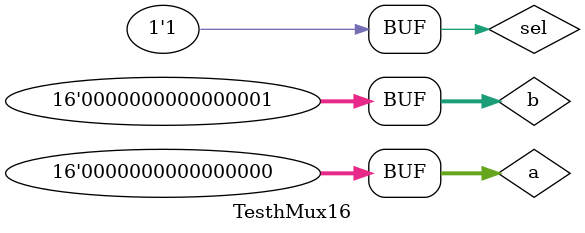
<source format=v>

`timescale 1ns / 1ps
`include "hMux16.v"


module TesthMux16;

	// Inputs
	reg [15:0] a;
	reg [15:0] b;
	reg sel;

	// Outputs
	wire [15:0] out;

	// Instantiate the Unit Under Test (UUT)
	hMux16 uut (
		.a(a), 
		.b(b), 
		.sel(sel), 
		.out(out)
	);

	initial begin
		// Initialize Inputs
		a = 0;
		b = 0;
		sel = 0;

		// Wait 100 ns for global reset to finish
		#100;
        
		// Add stimulus here
		a = 0;
		b = 0;
		sel = 1;
		
		#100;
		
		a = 0;
		b = 1;
		sel = 0;

		#100;
		
		a = 0;
		b = 1;
		sel = 1;
		
		#100;
	end
      
endmodule


</source>
